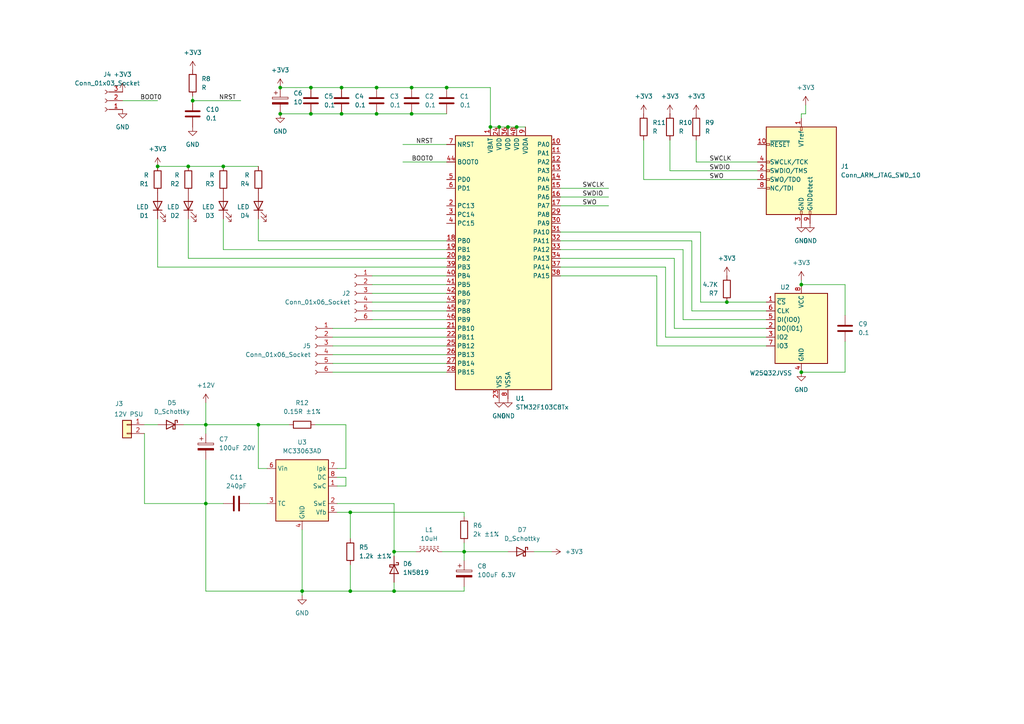
<source format=kicad_sch>
(kicad_sch (version 20231120) (generator "eeschema") (generator_version "8.0")
  (paper "A4")
  (lib_symbols
    (symbol "Connector:Conn_01x03_Socket" (pin_names (offset 1.016) hide)
      (property "Reference" "J" (at 0 5.08 0))
      (property "Value" "Conn_01x03_Socket" (at 0 -5.08 0))
      (symbol "Conn_01x03_Socket_1_1"
        (arc (start 0 -2.032) (mid -0.5058 -2.54) (end 0 -3.048) (stroke (width 0.1524)))
        (polyline (pts (xy -1.27 -2.54) (xy -0.508 -2.54)) (stroke (width 0.1524)))
        (polyline (pts (xy -1.27 0) (xy -0.508 0)) (stroke (width 0.1524)))
        (polyline (pts (xy -1.27 2.54) (xy -0.508 2.54)) (stroke (width 0.1524)))
        (arc (start 0 0.508) (mid -0.5058 0) (end 0 -0.508) (stroke (width 0.1524)))
        (arc (start 0 3.048) (mid -0.5058 2.54) (end 0 2.032) (stroke (width 0.1524)))
        (pin passive line (at -5.08 2.54 0) (length 3.81) (name "Pin_1") (number "1"))
        (pin passive line (at -5.08 0 0) (length 3.81) (name "Pin_2") (number "2"))
        (pin passive line (at -5.08 -2.54 0) (length 3.81) (name "Pin_3") (number "3"))
      )
    )
    (symbol "Connector:Conn_01x06_Socket" (pin_names (offset 1.016) hide)
      (property "Reference" "J" (at 0 7.62 0))
      (property "Value" "Conn_01x06_Socket" (at 0 -10.16 0))
      (symbol "Conn_01x06_Socket_1_1"
        (arc (start 0 -7.112) (mid -0.5058 -7.62) (end 0 -8.128) (stroke (width 0.1524)))
        (arc (start 0 -4.572) (mid -0.5058 -5.08) (end 0 -5.588) (stroke (width 0.1524)))
        (arc (start 0 -2.032) (mid -0.5058 -2.54) (end 0 -3.048) (stroke (width 0.1524)))
        (polyline (pts (xy -1.27 -7.62) (xy -0.508 -7.62)) (stroke (width 0.1524)))
        (polyline (pts (xy -1.27 -5.08) (xy -0.508 -5.08)) (stroke (width 0.1524)))
        (polyline (pts (xy -1.27 -2.54) (xy -0.508 -2.54)) (stroke (width 0.1524)))
        (polyline (pts (xy -1.27 0) (xy -0.508 0)) (stroke (width 0.1524)))
        (polyline (pts (xy -1.27 2.54) (xy -0.508 2.54)) (stroke (width 0.1524)))
        (polyline (pts (xy -1.27 5.08) (xy -0.508 5.08)) (stroke (width 0.1524)))
        (arc (start 0 0.508) (mid -0.5058 0) (end 0 -0.508) (stroke (width 0.1524)))
        (arc (start 0 3.048) (mid -0.5058 2.54) (end 0 2.032) (stroke (width 0.1524)))
        (arc (start 0 5.588) (mid -0.5058 5.08) (end 0 4.572) (stroke (width 0.1524)))
        (pin passive line (at -5.08 5.08 0) (length 3.81) (name "Pin_1") (number "1"))
        (pin passive line (at -5.08 2.54 0) (length 3.81) (name "Pin_2") (number "2"))
        (pin passive line (at -5.08 0 0) (length 3.81) (name "Pin_3") (number "3"))
        (pin passive line (at -5.08 -2.54 0) (length 3.81) (name "Pin_4") (number "4"))
        (pin passive line (at -5.08 -5.08 0) (length 3.81) (name "Pin_5") (number "5"))
        (pin passive line (at -5.08 -7.62 0) (length 3.81) (name "Pin_6") (number "6"))
      )
    )
    (symbol "Connector:Conn_ARM_JTAG_SWD_10" (pin_names (offset 1.016))
      (property "Reference" "J" (at -2.54 16.51 0))
      (property "Value" "Conn_ARM_JTAG_SWD_10" (at -2.54 13.97 0))
      (symbol "Conn_ARM_JTAG_SWD_10_0_1"
        (rectangle (start -10.16 12.7) (end 10.16 -12.7) (stroke (width 0.254)) (fill (type background)))
        (rectangle (start -2.794 -12.7) (end -2.286 -11.684))
        (rectangle (start -0.254 -12.7) (end 0.254 -11.684))
        (rectangle (start -0.254 12.7) (end 0.254 11.684))
        (rectangle (start 9.144 2.286) (end 10.16 2.794))
        (rectangle (start 10.16 -2.794) (end 9.144 -2.286))
        (rectangle (start 10.16 -0.254) (end 9.144 0.254))
        (rectangle (start 10.16 7.874) (end 9.144 7.366))
      )
      (symbol "Conn_ARM_JTAG_SWD_10_1_1"
        (rectangle (start 9.144 -5.334) (end 10.16 -4.826))
        (pin power_in line (at 0 15.24 270) (length 2.54) (name "VTref") (number "1"))
        (pin open_collector line (at 12.7 7.62 180) (length 2.54) (name "~{RESET}") (number "10"))
        (pin bidirectional line (at 12.7 0 180) (length 2.54) (name "SWDIO/TMS") (number "2"))
        (pin power_in line (at 0 -15.24 90) (length 2.54) (name "GND") (number "3"))
        (pin output line (at 12.7 2.54 180) (length 2.54) (name "SWCLK/TCK") (number "4"))
        (pin passive line (at 0 -15.24 90) (length 2.54) hide (name "GND") (number "5"))
        (pin input line (at 12.7 -2.54 180) (length 2.54) (name "SWO/TDO") (number "6"))
        (pin no_connect line (at -10.16 0 0) (length 2.54) hide (name "KEY") (number "7"))
        (pin output line (at 12.7 -5.08 180) (length 2.54) (name "NC/TDI") (number "8"))
        (pin passive line (at -2.54 -15.24 90) (length 2.54) (name "GNDDetect") (number "9"))
      )
    )
    (symbol "Connector_Generic:Conn_01x02" (pin_names (offset 1.016) hide)
      (property "Reference" "J" (at 0 2.54 0))
      (property "Value" "Conn_01x02" (at 0 -5.08 0))
      (symbol "Conn_01x02_1_1"
        (rectangle (start -1.27 -2.413) (end 0 -2.667) (stroke (width 0.1524)))
        (rectangle (start -1.27 0.127) (end 0 -0.127) (stroke (width 0.1524)))
        (rectangle (start -1.27 1.27) (end 1.27 -3.81) (stroke (width 0.254)) (fill (type background)))
        (pin passive line (at -5.08 0 0) (length 3.81) (name "Pin_1") (number "1"))
        (pin passive line (at -5.08 -2.54 0) (length 3.81) (name "Pin_2") (number "2"))
      )
    )
    (symbol "Device:C" (pin_numbers hide) (pin_names (offset 0.254))
      (property "Reference" "C" (at 0.635 2.54 0))
      (property "Value" "C" (at 0.635 -2.54 0))
      (symbol "C_0_1"
        (polyline (pts (xy -2.032 -0.762) (xy 2.032 -0.762)) (stroke (width 0.508)))
        (polyline (pts (xy -2.032 0.762) (xy 2.032 0.762)) (stroke (width 0.508)))
      )
      (symbol "C_1_1"
        (pin passive line (at 0 3.81 270) (length 2.794) (name "~") (number "1"))
        (pin passive line (at 0 -3.81 90) (length 2.794) (name "~") (number "2"))
      )
    )
    (symbol "Device:C_Polarized" (pin_numbers hide) (pin_names (offset 0.254))
      (property "Reference" "C" (at 0.635 2.54 0))
      (property "Value" "C_Polarized" (at 0.635 -2.54 0))
      (symbol "C_Polarized_0_1"
        (rectangle (start -2.286 0.508) (end 2.286 1.016))
        (polyline (pts (xy -1.778 2.286) (xy -0.762 2.286)))
        (polyline (pts (xy -1.27 2.794) (xy -1.27 1.778)))
        (rectangle (start 2.286 -0.508) (end -2.286 -1.016) (fill (type outline)))
      )
      (symbol "C_Polarized_1_1"
        (pin passive line (at 0 3.81 270) (length 2.794) (name "~") (number "1"))
        (pin passive line (at 0 -3.81 90) (length 2.794) (name "~") (number "2"))
      )
    )
    (symbol "Device:D_Schottky" (pin_numbers hide) (pin_names (offset 1.016) hide)
      (property "Reference" "D" (at 0 2.54 0))
      (property "Value" "D_Schottky" (at 0 -2.54 0))
      (symbol "D_Schottky_0_1"
        (polyline (pts (xy 1.27 0) (xy -1.27 0)))
        (polyline (pts (xy 1.27 1.27) (xy 1.27 -1.27) (xy -1.27 0) (xy 1.27 1.27)) (stroke (width 0.254)))
        (polyline (pts (xy -1.905 0.635) (xy -1.905 1.27) (xy -1.27 1.27) (xy -1.27 -1.27) (xy -0.635 -1.27) (xy -0.635 -0.635)) (stroke (width 0.254)))
      )
      (symbol "D_Schottky_1_1"
        (pin passive line (at -3.81 0 0) (length 2.54) (name "K") (number "1"))
        (pin passive line (at 3.81 0 180) (length 2.54) (name "A") (number "2"))
      )
    )
    (symbol "Device:LED" (pin_numbers hide) (pin_names (offset 1.016) hide)
      (property "Reference" "D" (at 0 2.54 0))
      (property "Value" "LED" (at 0 -2.54 0))
      (symbol "LED_0_1"
        (polyline (pts (xy -1.27 -1.27) (xy -1.27 1.27)) (stroke (width 0.254)))
        (polyline (pts (xy -1.27 0) (xy 1.27 0)))
        (polyline (pts (xy 1.27 -1.27) (xy 1.27 1.27) (xy -1.27 0) (xy 1.27 -1.27)) (stroke (width 0.254)))
        (polyline (pts (xy -3.048 -0.762) (xy -4.572 -2.286) (xy -3.81 -2.286) (xy -4.572 -2.286) (xy -4.572 -1.524)))
        (polyline (pts (xy -1.778 -0.762) (xy -3.302 -2.286) (xy -2.54 -2.286) (xy -3.302 -2.286) (xy -3.302 -1.524)))
      )
      (symbol "LED_1_1"
        (pin passive line (at -3.81 0 0) (length 2.54) (name "K") (number "1"))
        (pin passive line (at 3.81 0 180) (length 2.54) (name "A") (number "2"))
      )
    )
    (symbol "Device:L_Ferrite" (pin_numbers hide) (pin_names (offset 1.016) hide)
      (property "Reference" "L" (at -1.27 0 90))
      (property "Value" "L_Ferrite" (at 2.794 0 90))
      (symbol "L_Ferrite_0_1"
        (arc (start 0 -2.54) (mid 0.6323 -1.905) (end 0 -1.27))
        (arc (start 0 -1.27) (mid 0.6323 -0.635) (end 0 0))
        (polyline (pts (xy 1.016 -2.794) (xy 1.016 -2.286)))
        (polyline (pts (xy 1.016 -1.778) (xy 1.016 -1.27)))
        (polyline (pts (xy 1.016 -0.762) (xy 1.016 -0.254)))
        (polyline (pts (xy 1.016 0.254) (xy 1.016 0.762)))
        (polyline (pts (xy 1.016 1.27) (xy 1.016 1.778)))
        (polyline (pts (xy 1.016 2.286) (xy 1.016 2.794)))
        (polyline (pts (xy 1.524 -2.286) (xy 1.524 -2.794)))
        (polyline (pts (xy 1.524 -1.27) (xy 1.524 -1.778)))
        (polyline (pts (xy 1.524 -0.254) (xy 1.524 -0.762)))
        (polyline (pts (xy 1.524 0.762) (xy 1.524 0.254)))
        (polyline (pts (xy 1.524 1.778) (xy 1.524 1.27)))
        (polyline (pts (xy 1.524 2.794) (xy 1.524 2.286)))
        (arc (start 0 0) (mid 0.6323 0.635) (end 0 1.27))
        (arc (start 0 1.27) (mid 0.6323 1.905) (end 0 2.54))
      )
      (symbol "L_Ferrite_1_1"
        (pin passive line (at 0 3.81 270) (length 1.27) (name "1") (number "1"))
        (pin passive line (at 0 -3.81 90) (length 1.27) (name "2") (number "2"))
      )
    )
    (symbol "Device:R" (pin_numbers hide) (pin_names (offset 0))
      (property "Reference" "R" (at 2.032 0 90))
      (property "Value" "R" (at 0 0 90))
      (symbol "R_0_1"
        (rectangle (start -1.016 -2.54) (end 1.016 2.54) (stroke (width 0.254)))
      )
      (symbol "R_1_1"
        (pin passive line (at 0 3.81 270) (length 1.27) (name "~") (number "1"))
        (pin passive line (at 0 -3.81 90) (length 1.27) (name "~") (number "2"))
      )
    )
    (symbol "Diode:1N5819" (pin_numbers hide) (pin_names (offset 1.016) hide)
      (property "Reference" "D" (at 0 2.54 0))
      (property "Value" "1N5819" (at 0 -2.54 0))
      (symbol "1N5819_0_1"
        (polyline (pts (xy 1.27 0) (xy -1.27 0)))
        (polyline (pts (xy 1.27 1.27) (xy 1.27 -1.27) (xy -1.27 0) (xy 1.27 1.27)) (stroke (width 0.254)))
        (polyline (pts (xy -1.905 0.635) (xy -1.905 1.27) (xy -1.27 1.27) (xy -1.27 -1.27) (xy -0.635 -1.27) (xy -0.635 -0.635)) (stroke (width 0.254)))
      )
      (symbol "1N5819_1_1"
        (pin passive line (at -3.81 0 0) (length 2.54) (name "K") (number "1"))
        (pin passive line (at 3.81 0 180) (length 2.54) (name "A") (number "2"))
      )
    )
    (symbol "MCU_ST_STM32F1:STM32F103C8Tx"
      (property "Reference" "U" (at -12.7 39.37 0))
      (property "Value" "STM32F103C8Tx" (at 10.16 39.37 0))
      (symbol "STM32F103C8Tx_0_1"
        (rectangle (start -12.7 -35.56) (end 15.24 38.1) (stroke (width 0.254)) (fill (type background)))
      )
      (symbol "STM32F103C8Tx_1_1"
        (pin power_in line (at -2.54 40.64 270) (length 2.54) (name "VBAT") (number "1"))
        (pin bidirectional line (at 17.78 35.56 180) (length 2.54) (name "PA0") (number "10"))
        (pin bidirectional line (at 17.78 33.02 180) (length 2.54) (name "PA1") (number "11"))
        (pin bidirectional line (at 17.78 30.48 180) (length 2.54) (name "PA2") (number "12"))
        (pin bidirectional line (at 17.78 27.94 180) (length 2.54) (name "PA3") (number "13"))
        (pin bidirectional line (at 17.78 25.4 180) (length 2.54) (name "PA4") (number "14"))
        (pin bidirectional line (at 17.78 22.86 180) (length 2.54) (name "PA5") (number "15"))
        (pin bidirectional line (at 17.78 20.32 180) (length 2.54) (name "PA6") (number "16"))
        (pin bidirectional line (at 17.78 17.78 180) (length 2.54) (name "PA7") (number "17"))
        (pin bidirectional line (at -15.24 7.62 0) (length 2.54) (name "PB0") (number "18"))
        (pin bidirectional line (at -15.24 5.08 0) (length 2.54) (name "PB1") (number "19"))
        (pin bidirectional line (at -15.24 17.78 0) (length 2.54) (name "PC13") (number "2"))
        (pin bidirectional line (at -15.24 2.54 0) (length 2.54) (name "PB2") (number "20"))
        (pin bidirectional line (at -15.24 -17.78 0) (length 2.54) (name "PB10") (number "21"))
        (pin bidirectional line (at -15.24 -20.32 0) (length 2.54) (name "PB11") (number "22"))
        (pin power_in line (at 0 -38.1 90) (length 2.54) (name "VSS") (number "23"))
        (pin power_in line (at 0 40.64 270) (length 2.54) (name "VDD") (number "24"))
        (pin bidirectional line (at -15.24 -22.86 0) (length 2.54) (name "PB12") (number "25"))
        (pin bidirectional line (at -15.24 -25.4 0) (length 2.54) (name "PB13") (number "26"))
        (pin bidirectional line (at -15.24 -27.94 0) (length 2.54) (name "PB14") (number "27"))
        (pin bidirectional line (at -15.24 -30.48 0) (length 2.54) (name "PB15") (number "28"))
        (pin bidirectional line (at 17.78 15.24 180) (length 2.54) (name "PA8") (number "29"))
        (pin bidirectional line (at -15.24 15.24 0) (length 2.54) (name "PC14") (number "3"))
        (pin bidirectional line (at 17.78 12.7 180) (length 2.54) (name "PA9") (number "30"))
        (pin bidirectional line (at 17.78 10.16 180) (length 2.54) (name "PA10") (number "31"))
        (pin bidirectional line (at 17.78 7.62 180) (length 2.54) (name "PA11") (number "32"))
        (pin bidirectional line (at 17.78 5.08 180) (length 2.54) (name "PA12") (number "33"))
        (pin bidirectional line (at 17.78 2.54 180) (length 2.54) (name "PA13") (number "34"))
        (pin passive line (at 0 -38.1 90) (length 2.54) hide (name "VSS") (number "35"))
        (pin power_in line (at 2.54 40.64 270) (length 2.54) (name "VDD") (number "36"))
        (pin bidirectional line (at 17.78 0 180) (length 2.54) (name "PA14") (number "37"))
        (pin bidirectional line (at 17.78 -2.54 180) (length 2.54) (name "PA15") (number "38"))
        (pin bidirectional line (at -15.24 0 0) (length 2.54) (name "PB3") (number "39"))
        (pin bidirectional line (at -15.24 12.7 0) (length 2.54) (name "PC15") (number "4"))
        (pin bidirectional line (at -15.24 -2.54 0) (length 2.54) (name "PB4") (number "40"))
        (pin bidirectional line (at -15.24 -5.08 0) (length 2.54) (name "PB5") (number "41"))
        (pin bidirectional line (at -15.24 -7.62 0) (length 2.54) (name "PB6") (number "42"))
        (pin bidirectional line (at -15.24 -10.16 0) (length 2.54) (name "PB7") (number "43"))
        (pin input line (at -15.24 30.48 0) (length 2.54) (name "BOOT0") (number "44"))
        (pin bidirectional line (at -15.24 -12.7 0) (length 2.54) (name "PB8") (number "45"))
        (pin bidirectional line (at -15.24 -15.24 0) (length 2.54) (name "PB9") (number "46"))
        (pin passive line (at 0 -38.1 90) (length 2.54) hide (name "VSS") (number "47"))
        (pin power_in line (at 5.08 40.64 270) (length 2.54) (name "VDD") (number "48"))
        (pin bidirectional line (at -15.24 25.4 0) (length 2.54) (name "PD0") (number "5"))
        (pin bidirectional line (at -15.24 22.86 0) (length 2.54) (name "PD1") (number "6"))
        (pin input line (at -15.24 35.56 0) (length 2.54) (name "NRST") (number "7"))
        (pin power_in line (at 2.54 -38.1 90) (length 2.54) (name "VSSA") (number "8"))
        (pin power_in line (at 7.62 40.64 270) (length 2.54) (name "VDDA") (number "9"))
      )
    )
    (symbol "Memory_Flash:W25Q32JVSS"
      (property "Reference" "U" (at -6.35 11.43 0))
      (property "Value" "W25Q32JVSS" (at 7.62 11.43 0))
      (symbol "W25Q32JVSS_0_1"
        (rectangle (start -7.62 10.16) (end 7.62 -10.16) (stroke (width 0.254)) (fill (type background)))
      )
      (symbol "W25Q32JVSS_1_1"
        (pin input line (at -10.16 7.62 0) (length 2.54) (name "~{CS}") (number "1"))
        (pin bidirectional line (at -10.16 0 0) (length 2.54) (name "DO(IO1)") (number "2"))
        (pin bidirectional line (at -10.16 -2.54 0) (length 2.54) (name "IO2") (number "3"))
        (pin power_in line (at 0 -12.7 90) (length 2.54) (name "GND") (number "4"))
        (pin bidirectional line (at -10.16 2.54 0) (length 2.54) (name "DI(IO0)") (number "5"))
        (pin input line (at -10.16 5.08 0) (length 2.54) (name "CLK") (number "6"))
        (pin bidirectional line (at -10.16 -5.08 0) (length 2.54) (name "IO3") (number "7"))
        (pin power_in line (at 0 12.7 270) (length 2.54) (name "VCC") (number "8"))
      )
    )
    (symbol "Regulator_Switching:MC33063AD"
      (property "Reference" "U" (at -7.62 8.89 0))
      (property "Value" "MC33063AD" (at 0 8.89 0))
      (symbol "MC33063AD_0_1"
        (rectangle (start -7.62 7.62) (end 7.62 -10.16) (stroke (width 0.254)) (fill (type background)))
      )
      (symbol "MC33063AD_1_1"
        (pin open_collector line (at 10.16 0 180) (length 2.54) (name "SwC") (number "1"))
        (pin open_emitter line (at 10.16 -5.08 180) (length 2.54) (name "SwE") (number "2"))
        (pin passive line (at -10.16 -5.08 0) (length 2.54) (name "TC") (number "3"))
        (pin power_in line (at 0 -12.7 90) (length 2.54) (name "GND") (number "4"))
        (pin input line (at 10.16 -7.62 180) (length 2.54) (name "Vfb") (number "5"))
        (pin power_in line (at -10.16 5.08 0) (length 2.54) (name "Vin") (number "6"))
        (pin input line (at 10.16 5.08 180) (length 2.54) (name "Ipk") (number "7"))
        (pin open_collector line (at 10.16 2.54 180) (length 2.54) (name "DC") (number "8"))
      )
    )
    (symbol "power:+12V" (power) (pin_numbers hide) (pin_names (offset 0) hide)
      (property "Value" "+12V" (at 0 3.556 0))
      (symbol "+12V_0_1"
        (polyline (pts (xy -0.762 1.27) (xy 0 2.54)))
        (polyline (pts (xy 0 0) (xy 0 2.54)))
        (polyline (pts (xy 0 2.54) (xy 0.762 1.27)))
      )
      (symbol "+12V_1_1"
        (pin power_in line (at 0 0 90) (length 0) (name "~") (number "1"))
      )
    )
    (symbol "power:+3V3" (power) (pin_numbers hide) (pin_names (offset 0) hide)
      (property "Value" "+3V3" (at 0 3.556 0))
      (symbol "+3V3_0_1"
        (polyline (pts (xy -0.762 1.27) (xy 0 2.54)))
        (polyline (pts (xy 0 0) (xy 0 2.54)))
        (polyline (pts (xy 0 2.54) (xy 0.762 1.27)))
      )
      (symbol "+3V3_1_1"
        (pin power_in line (at 0 0 90) (length 0) (name "~") (number "1"))
      )
    )
    (symbol "power:GND" (power) (pin_numbers hide) (pin_names (offset 0) hide)
      (property "Value" "GND" (at 0 -3.81 0))
      (symbol "GND_0_1"
        (polyline (pts (xy 0 0) (xy 0 -1.27) (xy 1.27 -1.27) (xy 0 -2.54) (xy -1.27 -1.27) (xy 0 -1.27)))
      )
      (symbol "GND_1_1"
        (pin power_in line (at 0 0 270) (length 0) (name "~") (number "1"))
      )
    )
  )
  (junction (at 59.69 123.19))
  (junction (at 87.63 171.45))
  (junction (at 114.3 171.45))
  (junction (at 232.41 107.95))
  (junction (at 134.62 160.02))
  (junction (at 147.32 36.83))
  (junction (at 99.06 33.02))
  (junction (at 99.06 25.4))
  (junction (at 81.28 33.02))
  (junction (at 232.41 82.55))
  (junction (at 119.38 25.4))
  (junction (at 55.88 29.21))
  (junction (at 101.6 148.59))
  (junction (at 129.54 25.4))
  (junction (at 210.82 87.63))
  (junction (at 119.38 33.02))
  (junction (at 90.17 33.02))
  (junction (at 101.6 171.45))
  (junction (at 64.77 48.26))
  (junction (at 81.28 25.4))
  (junction (at 59.69 146.05))
  (junction (at 109.22 33.02))
  (junction (at 149.86 36.83))
  (junction (at 142.24 36.83))
  (junction (at 45.72 48.26))
  (junction (at 90.17 25.4))
  (junction (at 74.93 123.19))
  (junction (at 109.22 25.4))
  (junction (at 54.61 48.26))
  (junction (at 114.3 160.02))
  (junction (at 144.78 36.83))
  (wire (pts (xy 222.25 92.71) (xy 198.12 92.71)))
  (wire (pts (xy 96.52 97.79) (xy 129.54 97.79)))
  (wire (pts (xy 114.3 168.91) (xy 114.3 171.45)))
  (wire (pts (xy 41.91 125.73) (xy 41.91 146.05)))
  (wire (pts (xy 190.5 80.01) (xy 162.56 80.01)))
  (wire (pts (xy 90.17 25.4) (xy 99.06 25.4)))
  (wire (pts (xy 96.52 100.33) (xy 129.54 100.33)))
  (wire (pts (xy 142.24 25.4) (xy 142.24 36.83)))
  (wire (pts (xy 116.84 41.91) (xy 129.54 41.91)))
  (wire (pts (xy 100.33 138.43) (xy 97.79 138.43)))
  (wire (pts (xy 74.93 123.19) (xy 83.82 123.19)))
  (wire (pts (xy 107.95 87.63) (xy 129.54 87.63)))
  (wire (pts (xy 129.54 25.4) (xy 142.24 25.4)))
  (wire (pts (xy 154.94 160.02) (xy 160.02 160.02)))
  (wire (pts (xy 193.04 77.47) (xy 162.56 77.47)))
  (wire (pts (xy 194.31 40.64) (xy 194.31 49.53)))
  (wire (pts (xy 53.34 123.19) (xy 59.69 123.19)))
  (wire (pts (xy 35.56 29.21) (xy 45.72 29.21)))
  (wire (pts (xy 96.52 95.25) (xy 129.54 95.25)))
  (wire (pts (xy 101.6 171.45) (xy 87.63 171.45)))
  (wire (pts (xy 186.69 52.07) (xy 219.71 52.07)))
  (wire (pts (xy 195.58 74.93) (xy 162.56 74.93)))
  (wire (pts (xy 222.25 87.63) (xy 210.82 87.63)))
  (wire (pts (xy 45.72 63.5) (xy 45.72 77.47)))
  (wire (pts (xy 134.62 170.18) (xy 134.62 171.45)))
  (wire (pts (xy 222.25 97.79) (xy 193.04 97.79)))
  (wire (pts (xy 193.04 97.79) (xy 193.04 77.47)))
  (wire (pts (xy 64.77 63.5) (xy 64.77 72.39)))
  (wire (pts (xy 59.69 146.05) (xy 59.69 133.35)))
  (wire (pts (xy 64.77 72.39) (xy 129.54 72.39)))
  (wire (pts (xy 232.41 81.28) (xy 232.41 82.55)))
  (wire (pts (xy 59.69 123.19) (xy 59.69 125.73)))
  (wire (pts (xy 222.25 95.25) (xy 195.58 95.25)))
  (wire (pts (xy 109.22 33.02) (xy 119.38 33.02)))
  (wire (pts (xy 186.69 40.64) (xy 186.69 52.07)))
  (wire (pts (xy 201.93 40.64) (xy 201.93 46.99)))
  (wire (pts (xy 41.91 146.05) (xy 59.69 146.05)))
  (wire (pts (xy 233.68 30.48) (xy 233.68 33.02)))
  (wire (pts (xy 45.72 77.47) (xy 129.54 77.47)))
  (wire (pts (xy 222.25 100.33) (xy 190.5 100.33)))
  (wire (pts (xy 119.38 33.02) (xy 129.54 33.02)))
  (wire (pts (xy 74.93 135.89) (xy 77.47 135.89)))
  (wire (pts (xy 99.06 33.02) (xy 109.22 33.02)))
  (wire (pts (xy 134.62 171.45) (xy 114.3 171.45)))
  (wire (pts (xy 54.61 74.93) (xy 129.54 74.93)))
  (wire (pts (xy 232.41 33.02) (xy 232.41 34.29)))
  (wire (pts (xy 74.93 69.85) (xy 129.54 69.85)))
  (wire (pts (xy 81.28 33.02) (xy 90.17 33.02)))
  (wire (pts (xy 99.06 25.4) (xy 109.22 25.4)))
  (wire (pts (xy 101.6 163.83) (xy 101.6 171.45)))
  (wire (pts (xy 55.88 29.21) (xy 69.85 29.21)))
  (wire (pts (xy 81.28 25.4) (xy 90.17 25.4)))
  (wire (pts (xy 245.11 107.95) (xy 232.41 107.95)))
  (wire (pts (xy 149.86 36.83) (xy 152.4 36.83)))
  (wire (pts (xy 74.93 63.5) (xy 74.93 69.85)))
  (wire (pts (xy 195.58 95.25) (xy 195.58 74.93)))
  (wire (pts (xy 134.62 148.59) (xy 134.62 149.86)))
  (wire (pts (xy 91.44 123.19) (xy 100.33 123.19)))
  (wire (pts (xy 233.68 33.02) (xy 232.41 33.02)))
  (wire (pts (xy 107.95 90.17) (xy 129.54 90.17)))
  (wire (pts (xy 142.24 36.83) (xy 144.78 36.83)))
  (wire (pts (xy 74.93 123.19) (xy 74.93 135.89)))
  (wire (pts (xy 162.56 59.69) (xy 176.53 59.69)))
  (wire (pts (xy 54.61 63.5) (xy 54.61 74.93)))
  (wire (pts (xy 116.84 46.99) (xy 129.54 46.99)))
  (wire (pts (xy 222.25 90.17) (xy 200.66 90.17)))
  (wire (pts (xy 100.33 135.89) (xy 97.79 135.89)))
  (wire (pts (xy 194.31 49.53) (xy 219.71 49.53)))
  (wire (pts (xy 64.77 48.26) (xy 74.93 48.26)))
  (wire (pts (xy 198.12 92.71) (xy 198.12 72.39)))
  (wire (pts (xy 54.61 48.26) (xy 64.77 48.26)))
  (wire (pts (xy 101.6 148.59) (xy 134.62 148.59)))
  (wire (pts (xy 147.32 36.83) (xy 149.86 36.83)))
  (wire (pts (xy 134.62 157.48) (xy 134.62 160.02)))
  (wire (pts (xy 87.63 153.67) (xy 87.63 171.45)))
  (wire (pts (xy 210.82 87.63) (xy 203.2 87.63)))
  (wire (pts (xy 41.91 123.19) (xy 45.72 123.19)))
  (wire (pts (xy 119.38 25.4) (xy 129.54 25.4)))
  (wire (pts (xy 97.79 140.97) (xy 100.33 140.97)))
  (wire (pts (xy 59.69 123.19) (xy 74.93 123.19)))
  (wire (pts (xy 64.77 146.05) (xy 59.69 146.05)))
  (wire (pts (xy 55.88 27.94) (xy 55.88 29.21)))
  (wire (pts (xy 90.17 33.02) (xy 99.06 33.02)))
  (wire (pts (xy 134.62 160.02) (xy 134.62 162.56)))
  (wire (pts (xy 96.52 102.87) (xy 129.54 102.87)))
  (wire (pts (xy 96.52 105.41) (xy 129.54 105.41)))
  (wire (pts (xy 114.3 160.02) (xy 114.3 161.29)))
  (wire (pts (xy 107.95 92.71) (xy 129.54 92.71)))
  (wire (pts (xy 114.3 160.02) (xy 120.65 160.02)))
  (wire (pts (xy 200.66 90.17) (xy 200.66 69.85)))
  (wire (pts (xy 107.95 82.55) (xy 129.54 82.55)))
  (wire (pts (xy 45.72 48.26) (xy 54.61 48.26)))
  (wire (pts (xy 101.6 148.59) (xy 101.6 156.21)))
  (wire (pts (xy 203.2 67.31) (xy 162.56 67.31)))
  (wire (pts (xy 100.33 123.19) (xy 100.33 135.89)))
  (wire (pts (xy 114.3 146.05) (xy 114.3 160.02)))
  (wire (pts (xy 59.69 116.84) (xy 59.69 123.19)))
  (wire (pts (xy 59.69 171.45) (xy 87.63 171.45)))
  (wire (pts (xy 245.11 91.44) (xy 245.11 82.55)))
  (wire (pts (xy 245.11 99.06) (xy 245.11 107.95)))
  (wire (pts (xy 109.22 25.4) (xy 119.38 25.4)))
  (wire (pts (xy 232.41 82.55) (xy 245.11 82.55)))
  (wire (pts (xy 96.52 107.95) (xy 129.54 107.95)))
  (wire (pts (xy 114.3 171.45) (xy 101.6 171.45)))
  (wire (pts (xy 162.56 57.15) (xy 176.53 57.15)))
  (wire (pts (xy 200.66 69.85) (xy 162.56 69.85)))
  (wire (pts (xy 97.79 148.59) (xy 101.6 148.59)))
  (wire (pts (xy 107.95 85.09) (xy 129.54 85.09)))
  (wire (pts (xy 190.5 100.33) (xy 190.5 80.01)))
  (wire (pts (xy 100.33 140.97) (xy 100.33 138.43)))
  (wire (pts (xy 128.27 160.02) (xy 134.62 160.02)))
  (wire (pts (xy 97.79 146.05) (xy 114.3 146.05)))
  (wire (pts (xy 201.93 46.99) (xy 219.71 46.99)))
  (wire (pts (xy 72.39 146.05) (xy 77.47 146.05)))
  (wire (pts (xy 107.95 80.01) (xy 129.54 80.01)))
  (wire (pts (xy 87.63 172.72) (xy 87.63 171.45)))
  (wire (pts (xy 59.69 146.05) (xy 59.69 171.45)))
  (wire (pts (xy 203.2 87.63) (xy 203.2 67.31)))
  (wire (pts (xy 162.56 54.61) (xy 176.53 54.61)))
  (wire (pts (xy 198.12 72.39) (xy 162.56 72.39)))
  (wire (pts (xy 144.78 36.83) (xy 147.32 36.83)))
  (wire (pts (xy 134.62 160.02) (xy 147.32 160.02)))
  (label "SWCLK" (at 168.91 54.61 0))
  (label "SWDIO" (at 205.74 49.53 0))
  (label "NRST" (at 63.5 29.21 0))
  (label "SWO" (at 205.74 52.07 0))
  (label "SWO" (at 168.91 59.69 0))
  (label "SWCLK" (at 205.74 46.99 0))
  (label "NRST" (at 120.65 41.91 0))
  (label "BOOT0" (at 119.38 46.99 0))
  (label "BOOT0" (at 40.64 29.21 0))
  (label "SWDIO" (at 168.91 57.15 0))
  (symbol (lib_id "Device:R") (at 201.93 36.83 180) (unit 1)
    (property "Reference" "R9" (at 204.47 35.5599 0) (effects (justify right)))
    (property "Value" "R" (at 204.47 38.0999 0) (effects (justify right)))
    (property "Footprint" "Resistor_SMD:R_0805_2012Metric_Pad1.20x1.40mm_HandSolder" (effects (hide yes)))
    (property "Description" "Resistor" (effects (hide yes)))
  )
  (symbol (lib_id "Device:R") (at 134.62 153.67 180) (unit 1)
    (property "Reference" "R6" (at 137.16 152.3999 0) (effects (justify right)))
    (property "Value" "2k ±1%" (at 137.16 154.9399 0) (effects (justify right)))
    (property "Footprint" "Resistor_SMD:R_0805_2012Metric_Pad1.20x1.40mm_HandSolder" (effects (hide yes)))
    (property "Description" "Resistor" (effects (hide yes)))
  )
  (symbol (lib_id "Device:C_Polarized") (at 59.69 129.54 0) (unit 1)
    (property "Reference" "C7" (at 63.5 127.3809 0) (effects (justify left)))
    (property "Value" "100uF 20V" (at 63.5 129.9209 0) (effects (justify left)))
    (property "Footprint" "Capacitor_SMD:CP_Elec_5x3.9" (effects (hide yes)))
    (property "Description" "Polarized capacitor" (effects (hide yes)))
  )
  (symbol (lib_id "power:+3V3") (at 55.88 20.32 0) (unit 1)
    (property "Reference" "#PWR016" (effects (hide yes)))
    (property "Value" "+3V3" (at 55.88 15.24 0))
    (property "Description" "Power symbol creates a global label with name \"+3V3\"" (effects (hide yes)))
  )
  (symbol (lib_id "Diode:1N5819") (at 114.3 165.1 270) (unit 1)
    (property "Reference" "D6" (at 116.84 163.5124 90) (effects (justify left)))
    (property "Value" "1N5819" (at 116.84 166.0524 90) (effects (justify left)))
    (property "Footprint" "Diode_SMD:D_SOD-123" (effects (hide yes)))
    (property "Datasheet" "http://www.vishay.com/docs/88525/1n5817.pdf" (effects (hide yes)))
    (property "Description" "40V 1A Schottky Barrier Rectifier Diode, DO-41" (effects (hide yes)))
  )
  (symbol (lib_id "power:GND") (at 35.56 31.75 0) (unit 1)
    (property "Reference" "#PWR017" (effects (hide yes)))
    (property "Value" "GND" (at 35.56 36.83 0))
    (property "Description" "Power symbol creates a global label with name \"GND\" , ground" (effects (hide yes)))
  )
  (symbol (lib_id "Device:C") (at 245.11 95.25 0) (unit 1)
    (property "Reference" "C9" (at 248.92 93.9799 0) (effects (justify left)))
    (property "Value" "0.1" (at 248.92 96.5199 0) (effects (justify left)))
    (property "Footprint" "Capacitor_SMD:C_0603_1608Metric" (effects (hide yes)))
    (property "Description" "Unpolarized capacitor" (effects (hide yes)))
  )
  (symbol (lib_id "Device:LED") (at 64.77 59.69 90) (unit 1)
    (property "Reference" "D3" (at 62.23 62.5476 90) (effects (justify left)))
    (property "Value" "LED" (at 62.23 60.0076 90) (effects (justify left)))
    (property "Footprint" "LED_SMD:LED_1206_3216Metric" (effects (hide yes)))
    (property "Description" "Light emitting diode" (effects (hide yes)))
  )
  (symbol (lib_id "Device:R") (at 194.31 36.83 180) (unit 1)
    (property "Reference" "R10" (at 196.85 35.5599 0) (effects (justify right)))
    (property "Value" "R" (at 196.85 38.0999 0) (effects (justify right)))
    (property "Footprint" "Resistor_SMD:R_0805_2012Metric_Pad1.20x1.40mm_HandSolder" (effects (hide yes)))
    (property "Description" "Resistor" (effects (hide yes)))
  )
  (symbol (lib_id "Device:C_Polarized") (at 134.62 166.37 0) (unit 1)
    (property "Reference" "C8" (at 138.43 164.2109 0) (effects (justify left)))
    (property "Value" "100uF 6.3V" (at 138.43 166.7509 0) (effects (justify left)))
    (property "Footprint" "Capacitor_SMD:CP_Elec_5x3.9" (effects (hide yes)))
    (property "Description" "Polarized capacitor" (effects (hide yes)))
  )
  (symbol (lib_id "MCU_ST_STM32F1:STM32F103C8Tx") (at 144.78 77.47 0) (unit 1)
    (property "Reference" "U1" (at 149.5141 115.57 0) (effects (justify left)))
    (property "Value" "STM32F103C8Tx" (at 149.5141 118.11 0) (effects (justify left)))
    (property "Footprint" "Package_QFP:LQFP-48_7x7mm_P0.5mm" (effects (hide yes)))
    (property "Datasheet" "https://www.st.com/resource/en/datasheet/stm32f103c8.pdf" (effects (hide yes)))
    (property "Description" "STMicroelectronics Arm Cortex-M3 MCU, 64KB flash, 20KB RAM, 72 MHz, 2.0-3.6V, 37 GPIO, LQFP48" (effects (hide yes)))
  )
  (symbol (lib_id "power:+3V3") (at 233.68 30.48 0) (unit 1)
    (property "Reference" "#PWR012" (effects (hide yes)))
    (property "Value" "+3V3" (at 233.68 25.4 0))
    (property "Description" "Power symbol creates a global label with name \"+3V3\"" (effects (hide yes)))
  )
  (symbol (lib_id "power:+3V3") (at 201.93 33.02 0) (unit 1)
    (property "Reference" "#PWR021" (effects (hide yes)))
    (property "Value" "+3V3" (at 201.93 27.94 0))
    (property "Description" "Power symbol creates a global label with name \"+3V3\"" (effects (hide yes)))
  )
  (symbol (lib_id "Device:C") (at 129.54 29.21 0) (unit 1)
    (property "Reference" "C1" (at 133.35 27.9399 0) (effects (justify left)))
    (property "Value" "0.1" (at 133.35 30.4799 0) (effects (justify left)))
    (property "Footprint" "Capacitor_SMD:C_0603_1608Metric" (effects (hide yes)))
    (property "Description" "Unpolarized capacitor" (effects (hide yes)))
  )
  (symbol (lib_id "Connector:Conn_01x06_Socket") (at 91.44 100.33 0) (mirror y) (unit 1)
    (property "Reference" "J5" (at 90.17 100.3299 0) (effects (justify left)))
    (property "Value" "Conn_01x06_Socket" (at 90.17 102.8699 0) (effects (justify left)))
    (property "Footprint" "Connector_PinSocket_2.54mm:PinSocket_1x06_P2.54mm_Vertical" (effects (hide yes)))
    (property "Description" "Generic connector, single row, 01x06, script generated" (effects (hide yes)))
  )
  (symbol (lib_id "Device:C") (at 109.22 29.21 0) (unit 1)
    (property "Reference" "C3" (at 113.03 27.9399 0) (effects (justify left)))
    (property "Value" "0.1" (at 113.03 30.4799 0) (effects (justify left)))
    (property "Footprint" "Capacitor_SMD:C_0603_1608Metric" (effects (hide yes)))
    (property "Description" "Unpolarized capacitor" (effects (hide yes)))
  )
  (symbol (lib_id "power:GND") (at 232.41 107.95 0) (unit 1)
    (property "Reference" "#PWR05" (effects (hide yes)))
    (property "Value" "GND" (at 232.41 113.03 0))
    (property "Description" "Power symbol creates a global label with name \"GND\" , ground" (effects (hide yes)))
  )
  (symbol (lib_id "power:GND") (at 147.32 115.57 0) (unit 1)
    (property "Reference" "#PWR01" (effects (hide yes)))
    (property "Value" "GND" (at 147.32 120.65 0))
    (property "Description" "Power symbol creates a global label with name \"GND\" , ground" (effects (hide yes)))
  )
  (symbol (lib_id "Device:R") (at 64.77 52.07 180) (unit 1)
    (property "Reference" "R3" (at 62.23 53.3401 0) (effects (justify left)))
    (property "Value" "R" (at 62.23 50.8001 0) (effects (justify left)))
    (property "Footprint" "Resistor_SMD:R_0805_2012Metric_Pad1.20x1.40mm_HandSolder" (effects (hide yes)))
    (property "Description" "Resistor" (effects (hide yes)))
  )
  (symbol (lib_id "power:+3V3") (at 194.31 33.02 0) (unit 1)
    (property "Reference" "#PWR020" (effects (hide yes)))
    (property "Value" "+3V3" (at 194.31 27.94 0))
    (property "Description" "Power symbol creates a global label with name \"+3V3\"" (effects (hide yes)))
  )
  (symbol (lib_id "Device:R") (at 54.61 52.07 180) (unit 1)
    (property "Reference" "R2" (at 52.07 53.3401 0) (effects (justify left)))
    (property "Value" "R" (at 52.07 50.8001 0) (effects (justify left)))
    (property "Footprint" "Resistor_SMD:R_0805_2012Metric_Pad1.20x1.40mm_HandSolder" (effects (hide yes)))
    (property "Description" "Resistor" (effects (hide yes)))
  )
  (symbol (lib_id "Device:R") (at 55.88 24.13 180) (unit 1)
    (property "Reference" "R8" (at 58.42 22.8599 0) (effects (justify right)))
    (property "Value" "R" (at 58.42 25.3999 0) (effects (justify right)))
    (property "Footprint" "Resistor_SMD:R_0805_2012Metric_Pad1.20x1.40mm_HandSolder" (effects (hide yes)))
    (property "Description" "Resistor" (effects (hide yes)))
  )
  (symbol (lib_id "Device:D_Schottky") (at 49.53 123.19 0) (mirror y) (unit 1)
    (property "Reference" "D5" (at 49.8475 116.84 0))
    (property "Value" "D_Schottky" (at 49.8475 119.38 0))
    (property "Footprint" "Diode_SMD:D_SOD-123" (effects (hide yes)))
    (property "Description" "Schottky diode" (effects (hide yes)))
  )
  (symbol (lib_id "Device:R") (at 210.82 83.82 180) (unit 1)
    (property "Reference" "R7" (at 208.28 85.0901 0) (effects (justify left)))
    (property "Value" "4.7K" (at 208.28 82.5501 0) (effects (justify left)))
    (property "Footprint" "Resistor_SMD:R_0805_2012Metric_Pad1.20x1.40mm_HandSolder" (effects (hide yes)))
    (property "Description" "Resistor" (effects (hide yes)))
  )
  (symbol (lib_id "power:+3V3") (at 232.41 81.28 0) (unit 1)
    (property "Reference" "#PWR013" (effects (hide yes)))
    (property "Value" "+3V3" (at 232.41 76.2 0))
    (property "Description" "Power symbol creates a global label with name \"+3V3\"" (effects (hide yes)))
  )
  (symbol (lib_id "Device:C") (at 90.17 29.21 0) (unit 1)
    (property "Reference" "C5" (at 93.98 27.9399 0) (effects (justify left)))
    (property "Value" "0.1" (at 93.98 30.4799 0) (effects (justify left)))
    (property "Footprint" "Capacitor_SMD:C_0603_1608Metric" (effects (hide yes)))
    (property "Description" "Unpolarized capacitor" (effects (hide yes)))
  )
  (symbol (lib_id "Device:R") (at 87.63 123.19 90) (unit 1)
    (property "Reference" "R12" (at 87.63 116.84 90))
    (property "Value" "0.15R ±1%" (at 87.63 119.38 90))
    (property "Footprint" "Resistor_SMD:R_2512_6332Metric_Pad1.40x3.35mm_HandSolder" (effects (hide yes)))
    (property "Description" "Resistor" (effects (hide yes)))
  )
  (symbol (lib_id "power:+3V3") (at 186.69 33.02 0) (unit 1)
    (property "Reference" "#PWR019" (effects (hide yes)))
    (property "Value" "+3V3" (at 186.69 27.94 0))
    (property "Description" "Power symbol creates a global label with name \"+3V3\"" (effects (hide yes)))
  )
  (symbol (lib_id "power:GND") (at 87.63 172.72 0) (unit 1)
    (property "Reference" "#PWR08" (effects (hide yes)))
    (property "Value" "GND" (at 87.63 177.8 0))
    (property "Description" "Power symbol creates a global label with name \"GND\" , ground" (effects (hide yes)))
  )
  (symbol (lib_id "power:GND") (at 55.88 36.83 0) (unit 1)
    (property "Reference" "#PWR015" (effects (hide yes)))
    (property "Value" "GND" (at 55.88 41.91 0))
    (property "Description" "Power symbol creates a global label with name \"GND\" , ground" (effects (hide yes)))
  )
  (symbol (lib_id "Device:LED") (at 74.93 59.69 90) (unit 1)
    (property "Reference" "D4" (at 72.39 62.5476 90) (effects (justify left)))
    (property "Value" "LED" (at 72.39 60.0076 90) (effects (justify left)))
    (property "Footprint" "LED_SMD:LED_1206_3216Metric" (effects (hide yes)))
    (property "Description" "Light emitting diode" (effects (hide yes)))
  )
  (symbol (lib_id "Device:D_Schottky") (at 151.13 160.02 0) (mirror y) (unit 1)
    (property "Reference" "D7" (at 151.4475 153.67 0))
    (property "Value" "D_Schottky" (at 151.4475 156.21 0))
    (property "Footprint" "Diode_SMD:D_SOD-123" (effects (hide yes)))
    (property "Description" "Schottky diode" (effects (hide yes)))
  )
  (symbol (lib_id "Device:C") (at 119.38 29.21 0) (unit 1)
    (property "Reference" "C2" (at 123.19 27.9399 0) (effects (justify left)))
    (property "Value" "0.1" (at 123.19 30.4799 0) (effects (justify left)))
    (property "Footprint" "Capacitor_SMD:C_0603_1608Metric" (effects (hide yes)))
    (property "Description" "Unpolarized capacitor" (effects (hide yes)))
  )
  (symbol (lib_id "Memory_Flash:W25Q32JVSS") (at 232.41 95.25 0) (unit 1)
    (property "Reference" "U2" (at 226.314 83.312 0) (effects (justify left)))
    (property "Value" "W25Q32JVSS" (at 217.424 108.204 0) (effects (justify left)))
    (property "Footprint" "Package_SO:SOIC-8_5.23x5.23mm_P1.27mm" (effects (hide yes)))
    (property "Datasheet" "http://www.winbond.com/resource-files/w25q32jv%20revg%2003272018%20plus.pdf" (effects (hide yes)))
    (property "Description" "32Mb Serial Flash Memory, Standard/Dual/Quad SPI, SOIC-8" (effects (hide yes)))
  )
  (symbol (lib_id "Device:R") (at 101.6 160.02 180) (unit 1)
    (property "Reference" "R5" (at 104.14 158.7499 0) (effects (justify right)))
    (property "Value" "1.2k ±1%" (at 104.14 161.2899 0) (effects (justify right)))
    (property "Footprint" "Resistor_SMD:R_0805_2012Metric_Pad1.20x1.40mm_HandSolder" (effects (hide yes)))
    (property "Description" "Resistor" (effects (hide yes)))
  )
  (symbol (lib_id "power:+3V3") (at 45.72 48.26 0) (unit 1)
    (property "Reference" "#PWR011" (effects (hide yes)))
    (property "Value" "+3V3" (at 45.72 43.18 0))
    (property "Description" "Power symbol creates a global label with name \"+3V3\"" (effects (hide yes)))
  )
  (symbol (lib_id "power:GND") (at 234.95 64.77 0) (unit 1)
    (property "Reference" "#PWR04" (effects (hide yes)))
    (property "Value" "GND" (at 234.95 69.85 0))
    (property "Description" "Power symbol creates a global label with name \"GND\" , ground" (effects (hide yes)))
  )
  (symbol (lib_id "power:GND") (at 144.78 115.57 0) (unit 1)
    (property "Reference" "#PWR02" (effects (hide yes)))
    (property "Value" "GND" (at 144.78 120.65 0))
    (property "Description" "Power symbol creates a global label with name \"GND\" , ground" (effects (hide yes)))
  )
  (symbol (lib_id "Regulator_Switching:MC33063AD") (at 87.63 140.97 0) (unit 1)
    (property "Reference" "U3" (at 87.63 128.27 0))
    (property "Value" "MC33063AD" (at 87.63 130.81 0))
    (property "Footprint" "Package_SO:SOIC-8_3.9x4.9mm_P1.27mm" (effects (hide yes)))
    (property "Datasheet" "http://www.onsemi.com/pub_link/Collateral/MC34063A-D.PDF" (effects (hide yes)))
    (property "Description" "1.5A, step-up/down/inverting switching regulator, 3-40V Vin, 100kHz, SO-8" (effects (hide yes)))
  )
  (symbol (lib_id "Connector_Generic:Conn_01x02") (at 36.83 123.19 0) (mirror y) (unit 1)
    (property "Reference" "J3" (at 34.544 117.094 0))
    (property "Value" "12V PSU" (at 37.338 120.142 0))
    (property "Footprint" "Connector_PinSocket_2.54mm:PinSocket_1x02_P2.54mm_Vertical" (effects (hide yes)))
    (property "Description" "Generic connector, single row, 01x02, script generated (kicad-library-utils/schlib/autogen/connector/)" (effects (hide yes)))
  )
  (symbol (lib_id "Device:LED") (at 45.72 59.69 90) (unit 1)
    (property "Reference" "D1" (at 43.18 62.5476 90) (effects (justify left)))
    (property "Value" "LED" (at 43.18 60.0076 90) (effects (justify left)))
    (property "Footprint" "LED_SMD:LED_1206_3216Metric" (effects (hide yes)))
    (property "Description" "Light emitting diode" (effects (hide yes)))
  )
  (symbol (lib_id "power:+3V3") (at 160.02 160.02 270) (unit 1)
    (property "Reference" "#PWR09" (effects (hide yes)))
    (property "Value" "+3V3" (at 163.83 160.0199 90) (effects (justify left)))
    (property "Description" "Power symbol creates a global label with name \"+3V3\"" (effects (hide yes)))
  )
  (symbol (lib_id "Connector:Conn_01x06_Socket") (at 102.87 85.09 0) (mirror y) (unit 1)
    (property "Reference" "J2" (at 101.6 85.0899 0) (effects (justify left)))
    (property "Value" "Conn_01x06_Socket" (at 101.6 87.6299 0) (effects (justify left)))
    (property "Footprint" "Connector_PinSocket_2.54mm:PinSocket_1x06_P2.54mm_Vertical" (effects (hide yes)))
    (property "Description" "Generic connector, single row, 01x06, script generated" (effects (hide yes)))
  )
  (symbol (lib_id "power:+3V3") (at 35.56 26.67 0) (unit 1)
    (property "Reference" "#PWR018" (effects (hide yes)))
    (property "Value" "+3V3" (at 35.56 21.59 0))
    (property "Description" "Power symbol creates a global label with name \"+3V3\"" (effects (hide yes)))
  )
  (symbol (lib_id "Device:L_Ferrite") (at 124.46 160.02 90) (unit 1)
    (property "Reference" "L1" (at 124.46 153.67 90))
    (property "Value" "10uH" (at 124.46 156.21 90))
    (property "Footprint" "Inductor_SMD:L_TDK_SLF6028" (effects (hide yes)))
    (property "Description" "Inductor with ferrite core" (effects (hide yes)))
  )
  (symbol (lib_id "Device:LED") (at 54.61 59.69 90) (unit 1)
    (property "Reference" "D2" (at 52.07 62.5476 90) (effects (justify left)))
    (property "Value" "LED" (at 52.07 60.0076 90) (effects (justify left)))
    (property "Footprint" "LED_SMD:LED_1206_3216Metric" (effects (hide yes)))
    (property "Description" "Light emitting diode" (effects (hide yes)))
  )
  (symbol (lib_id "Device:C") (at 68.58 146.05 90) (unit 1)
    (property "Reference" "C11" (at 68.58 138.43 90))
    (property "Value" "240pF" (at 68.58 140.97 90))
    (property "Footprint" "Capacitor_SMD:C_0603_1608Metric" (effects (hide yes)))
    (property "Description" "Unpolarized capacitor" (effects (hide yes)))
  )
  (symbol (lib_id "Connector:Conn_01x03_Socket") (at 30.48 29.21 180) (unit 1)
    (property "Reference" "J4" (at 31.115 21.59 0))
    (property "Value" "Conn_01x03_Socket" (at 31.115 24.13 0))
    (property "Footprint" "Connector_PinSocket_2.54mm:PinSocket_1x03_P2.54mm_Vertical" (effects (hide yes)))
    (property "Description" "Generic connector, single row, 01x03, script generated" (effects (hide yes)))
  )
  (symbol (lib_id "power:+3V3") (at 81.28 25.4 0) (unit 1)
    (property "Reference" "#PWR010" (effects (hide yes)))
    (property "Value" "+3V3" (at 81.28 20.32 0))
    (property "Description" "Power symbol creates a global label with name \"+3V3\"" (effects (hide yes)))
  )
  (symbol (lib_id "Device:C") (at 99.06 29.21 0) (unit 1)
    (property "Reference" "C4" (at 102.87 27.9399 0) (effects (justify left)))
    (property "Value" "0.1" (at 102.87 30.4799 0) (effects (justify left)))
    (property "Footprint" "Capacitor_SMD:C_0603_1608Metric" (effects (hide yes)))
    (property "Description" "Unpolarized capacitor" (effects (hide yes)))
  )
  (symbol (lib_id "power:+3V3") (at 210.82 80.01 0) (unit 1)
    (property "Reference" "#PWR014" (effects (hide yes)))
    (property "Value" "+3V3" (at 210.82 74.93 0))
    (property "Description" "Power symbol creates a global label with name \"+3V3\"" (effects (hide yes)))
  )
  (symbol (lib_id "power:+12V") (at 59.69 116.84 0) (unit 1)
    (property "Reference" "#PWR07" (effects (hide yes)))
    (property "Value" "+12V" (at 59.69 111.76 0))
    (property "Description" "Power symbol creates a global label with name \"+12V\"" (effects (hide yes)))
  )
  (symbol (lib_id "Connector:Conn_ARM_JTAG_SWD_10") (at 232.41 49.53 0) (mirror y) (unit 1)
    (property "Reference" "J1" (at 243.84 48.2599 0) (effects (justify right)))
    (property "Value" "Conn_ARM_JTAG_SWD_10" (at 243.84 50.7999 0) (effects (justify right)))
    (property "Footprint" "Connector_PinSocket_2.54mm:PinSocket_2x05_P2.54mm_Vertical" (effects (hide yes)))
    (property "Datasheet" "http://infocenter.arm.com/help/topic/com.arm.doc.ddi0314h/DDI0314H_coresight_components_trm.pdf" (effects (hide yes)))
    (property "Description" "Cortex Debug Connector, standard ARM Cortex-M SWD and JTAG interface" (effects (hide yes)))
  )
  (symbol (lib_id "power:GND") (at 81.28 33.02 0) (unit 1)
    (property "Reference" "#PWR06" (effects (hide yes)))
    (property "Value" "GND" (at 81.28 38.1 0))
    (property "Description" "Power symbol creates a global label with name \"GND\" , ground" (effects (hide yes)))
  )
  (symbol (lib_id "power:GND") (at 232.41 64.77 0) (unit 1)
    (property "Reference" "#PWR03" (effects (hide yes)))
    (property "Value" "GND" (at 232.41 69.85 0))
    (property "Description" "Power symbol creates a global label with name \"GND\" , ground" (effects (hide yes)))
  )
  (symbol (lib_id "Device:R") (at 186.69 36.83 180) (unit 1)
    (property "Reference" "R11" (at 189.23 35.5599 0) (effects (justify right)))
    (property "Value" "R" (at 189.23 38.0999 0) (effects (justify right)))
    (property "Footprint" "Resistor_SMD:R_0805_2012Metric_Pad1.20x1.40mm_HandSolder" (effects (hide yes)))
    (property "Description" "Resistor" (effects (hide yes)))
  )
  (symbol (lib_id "Device:R") (at 45.72 52.07 180) (unit 1)
    (property "Reference" "R1" (at 43.18 53.3401 0) (effects (justify left)))
    (property "Value" "R" (at 43.18 50.8001 0) (effects (justify left)))
    (property "Footprint" "Resistor_SMD:R_0805_2012Metric_Pad1.20x1.40mm_HandSolder" (effects (hide yes)))
    (property "Description" "Resistor" (effects (hide yes)))
  )
  (symbol (lib_id "Device:C") (at 55.88 33.02 0) (unit 1)
    (property "Reference" "C10" (at 59.69 31.7499 0) (effects (justify left)))
    (property "Value" "0.1" (at 59.69 34.2899 0) (effects (justify left)))
    (property "Footprint" "Capacitor_SMD:C_0603_1608Metric" (effects (hide yes)))
    (property "Description" "Unpolarized capacitor" (effects (hide yes)))
  )
  (symbol (lib_id "Device:C_Polarized") (at 81.28 29.21 0) (unit 1)
    (property "Reference" "C6" (at 85.09 27.0509 0) (effects (justify left)))
    (property "Value" "10" (at 85.09 29.5909 0) (effects (justify left)))
    (property "Footprint" "Capacitor_SMD:CP_Elec_5x3.9" (effects (hide yes)))
    (property "Description" "Polarized capacitor" (effects (hide yes)))
  )
  (symbol (lib_id "Device:R") (at 74.93 52.07 180) (unit 1)
    (property "Reference" "R4" (at 72.39 53.3401 0) (effects (justify left)))
    (property "Value" "R" (at 72.39 50.8001 0) (effects (justify left)))
    (property "Footprint" "Resistor_SMD:R_0805_2012Metric_Pad1.20x1.40mm_HandSolder" (effects (hide yes)))
    (property "Description" "Resistor" (effects (hide yes)))
  )
)
</source>
